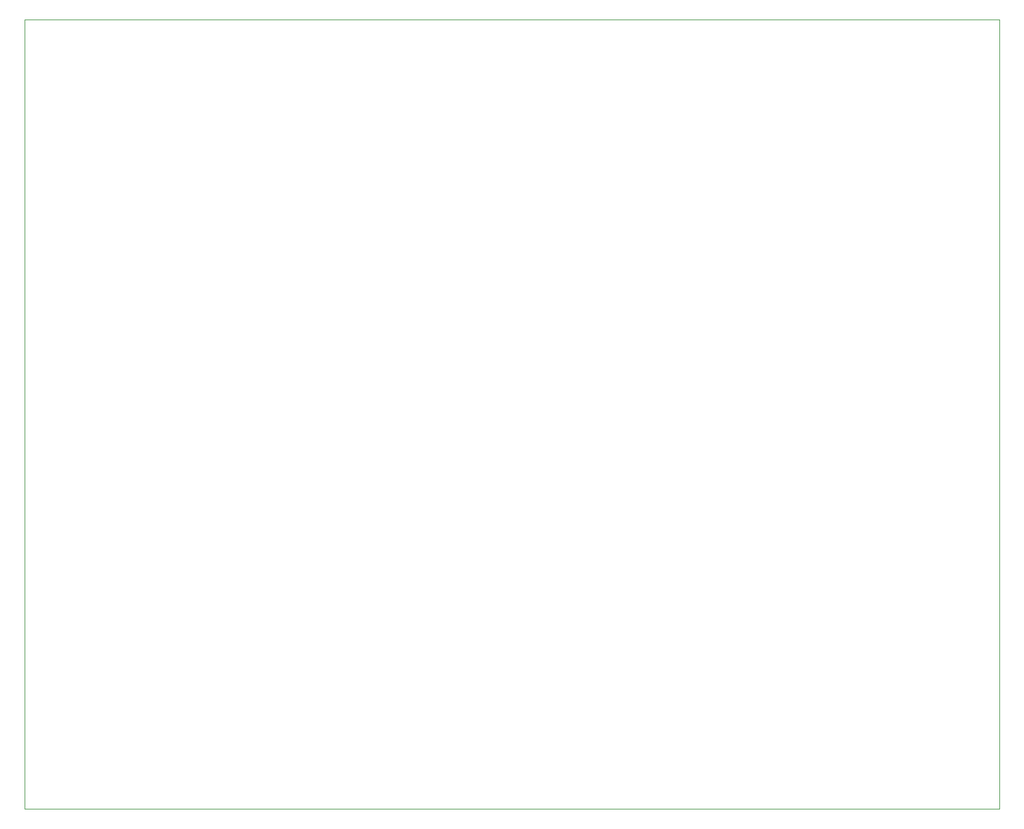
<source format=gbr>
G04 #@! TF.GenerationSoftware,KiCad,Pcbnew,(5.1.2)-2*
G04 #@! TF.CreationDate,2020-05-14T10:23:38+07:00*
G04 #@! TF.ProjectId,stm32_shield_test,73746d33-325f-4736-9869-656c645f7465,rev?*
G04 #@! TF.SameCoordinates,Original*
G04 #@! TF.FileFunction,Profile,NP*
%FSLAX46Y46*%
G04 Gerber Fmt 4.6, Leading zero omitted, Abs format (unit mm)*
G04 Created by KiCad (PCBNEW (5.1.2)-2) date 2020-05-14 10:23:38*
%MOMM*%
%LPD*%
G04 APERTURE LIST*
%ADD10C,0.050000*%
G04 APERTURE END LIST*
D10*
X59690000Y-38862000D02*
X59690000Y-144780000D01*
X190500000Y-38862000D02*
X59690000Y-38862000D01*
X190500000Y-39878000D02*
X190500000Y-38862000D01*
X190500000Y-144780000D02*
X190500000Y-39878000D01*
X59690000Y-144780000D02*
X190500000Y-144780000D01*
M02*

</source>
